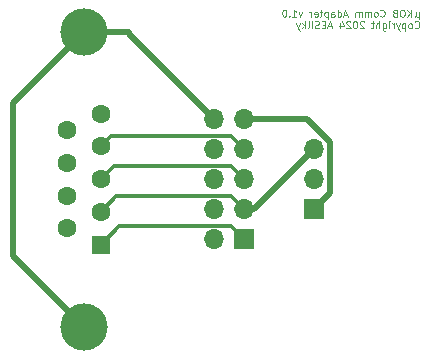
<source format=gbr>
%TF.GenerationSoftware,KiCad,Pcbnew,7.0.2*%
%TF.CreationDate,2024-01-06T01:05:47-08:00*%
%TF.ProjectId,MK_CommAdapter,4d4b5f43-6f6d-46d4-9164-61707465722e,1.0*%
%TF.SameCoordinates,Original*%
%TF.FileFunction,Copper,L2,Bot*%
%TF.FilePolarity,Positive*%
%FSLAX46Y46*%
G04 Gerber Fmt 4.6, Leading zero omitted, Abs format (unit mm)*
G04 Created by KiCad (PCBNEW 7.0.2) date 2024-01-06 01:05:47*
%MOMM*%
%LPD*%
G01*
G04 APERTURE LIST*
%ADD10C,0.080000*%
%TA.AperFunction,NonConductor*%
%ADD11C,0.080000*%
%TD*%
%TA.AperFunction,ComponentPad*%
%ADD12R,1.700000X1.700000*%
%TD*%
%TA.AperFunction,ComponentPad*%
%ADD13O,1.700000X1.700000*%
%TD*%
%TA.AperFunction,ComponentPad*%
%ADD14C,4.000000*%
%TD*%
%TA.AperFunction,ComponentPad*%
%ADD15R,1.600000X1.600000*%
%TD*%
%TA.AperFunction,ComponentPad*%
%ADD16C,1.600000*%
%TD*%
%TA.AperFunction,Conductor*%
%ADD17C,0.300000*%
%TD*%
%TA.AperFunction,Conductor*%
%ADD18C,0.500000*%
%TD*%
G04 APERTURE END LIST*
D10*
D11*
X159877142Y-75310971D02*
X159877142Y-75910971D01*
X159591428Y-75625257D02*
X159562857Y-75682400D01*
X159562857Y-75682400D02*
X159505714Y-75710971D01*
X159877142Y-75625257D02*
X159848571Y-75682400D01*
X159848571Y-75682400D02*
X159791428Y-75710971D01*
X159791428Y-75710971D02*
X159677142Y-75710971D01*
X159677142Y-75710971D02*
X159620000Y-75682400D01*
X159620000Y-75682400D02*
X159591428Y-75625257D01*
X159591428Y-75625257D02*
X159591428Y-75310971D01*
X159248571Y-75710971D02*
X159248571Y-75110971D01*
X158905714Y-75710971D02*
X159162857Y-75368114D01*
X158905714Y-75110971D02*
X159248571Y-75453828D01*
X158534286Y-75110971D02*
X158420000Y-75110971D01*
X158420000Y-75110971D02*
X158362857Y-75139542D01*
X158362857Y-75139542D02*
X158305714Y-75196685D01*
X158305714Y-75196685D02*
X158277143Y-75310971D01*
X158277143Y-75310971D02*
X158277143Y-75510971D01*
X158277143Y-75510971D02*
X158305714Y-75625257D01*
X158305714Y-75625257D02*
X158362857Y-75682400D01*
X158362857Y-75682400D02*
X158420000Y-75710971D01*
X158420000Y-75710971D02*
X158534286Y-75710971D01*
X158534286Y-75710971D02*
X158591429Y-75682400D01*
X158591429Y-75682400D02*
X158648571Y-75625257D01*
X158648571Y-75625257D02*
X158677143Y-75510971D01*
X158677143Y-75510971D02*
X158677143Y-75310971D01*
X158677143Y-75310971D02*
X158648571Y-75196685D01*
X158648571Y-75196685D02*
X158591429Y-75139542D01*
X158591429Y-75139542D02*
X158534286Y-75110971D01*
X157820000Y-75396685D02*
X157734286Y-75425257D01*
X157734286Y-75425257D02*
X157705715Y-75453828D01*
X157705715Y-75453828D02*
X157677143Y-75510971D01*
X157677143Y-75510971D02*
X157677143Y-75596685D01*
X157677143Y-75596685D02*
X157705715Y-75653828D01*
X157705715Y-75653828D02*
X157734286Y-75682400D01*
X157734286Y-75682400D02*
X157791429Y-75710971D01*
X157791429Y-75710971D02*
X158020000Y-75710971D01*
X158020000Y-75710971D02*
X158020000Y-75110971D01*
X158020000Y-75110971D02*
X157820000Y-75110971D01*
X157820000Y-75110971D02*
X157762858Y-75139542D01*
X157762858Y-75139542D02*
X157734286Y-75168114D01*
X157734286Y-75168114D02*
X157705715Y-75225257D01*
X157705715Y-75225257D02*
X157705715Y-75282400D01*
X157705715Y-75282400D02*
X157734286Y-75339542D01*
X157734286Y-75339542D02*
X157762858Y-75368114D01*
X157762858Y-75368114D02*
X157820000Y-75396685D01*
X157820000Y-75396685D02*
X158020000Y-75396685D01*
X156620000Y-75653828D02*
X156648572Y-75682400D01*
X156648572Y-75682400D02*
X156734286Y-75710971D01*
X156734286Y-75710971D02*
X156791429Y-75710971D01*
X156791429Y-75710971D02*
X156877143Y-75682400D01*
X156877143Y-75682400D02*
X156934286Y-75625257D01*
X156934286Y-75625257D02*
X156962857Y-75568114D01*
X156962857Y-75568114D02*
X156991429Y-75453828D01*
X156991429Y-75453828D02*
X156991429Y-75368114D01*
X156991429Y-75368114D02*
X156962857Y-75253828D01*
X156962857Y-75253828D02*
X156934286Y-75196685D01*
X156934286Y-75196685D02*
X156877143Y-75139542D01*
X156877143Y-75139542D02*
X156791429Y-75110971D01*
X156791429Y-75110971D02*
X156734286Y-75110971D01*
X156734286Y-75110971D02*
X156648572Y-75139542D01*
X156648572Y-75139542D02*
X156620000Y-75168114D01*
X156277143Y-75710971D02*
X156334286Y-75682400D01*
X156334286Y-75682400D02*
X156362857Y-75653828D01*
X156362857Y-75653828D02*
X156391429Y-75596685D01*
X156391429Y-75596685D02*
X156391429Y-75425257D01*
X156391429Y-75425257D02*
X156362857Y-75368114D01*
X156362857Y-75368114D02*
X156334286Y-75339542D01*
X156334286Y-75339542D02*
X156277143Y-75310971D01*
X156277143Y-75310971D02*
X156191429Y-75310971D01*
X156191429Y-75310971D02*
X156134286Y-75339542D01*
X156134286Y-75339542D02*
X156105715Y-75368114D01*
X156105715Y-75368114D02*
X156077143Y-75425257D01*
X156077143Y-75425257D02*
X156077143Y-75596685D01*
X156077143Y-75596685D02*
X156105715Y-75653828D01*
X156105715Y-75653828D02*
X156134286Y-75682400D01*
X156134286Y-75682400D02*
X156191429Y-75710971D01*
X156191429Y-75710971D02*
X156277143Y-75710971D01*
X155820000Y-75710971D02*
X155820000Y-75310971D01*
X155820000Y-75368114D02*
X155791429Y-75339542D01*
X155791429Y-75339542D02*
X155734286Y-75310971D01*
X155734286Y-75310971D02*
X155648572Y-75310971D01*
X155648572Y-75310971D02*
X155591429Y-75339542D01*
X155591429Y-75339542D02*
X155562858Y-75396685D01*
X155562858Y-75396685D02*
X155562858Y-75710971D01*
X155562858Y-75396685D02*
X155534286Y-75339542D01*
X155534286Y-75339542D02*
X155477143Y-75310971D01*
X155477143Y-75310971D02*
X155391429Y-75310971D01*
X155391429Y-75310971D02*
X155334286Y-75339542D01*
X155334286Y-75339542D02*
X155305715Y-75396685D01*
X155305715Y-75396685D02*
X155305715Y-75710971D01*
X155020000Y-75710971D02*
X155020000Y-75310971D01*
X155020000Y-75368114D02*
X154991429Y-75339542D01*
X154991429Y-75339542D02*
X154934286Y-75310971D01*
X154934286Y-75310971D02*
X154848572Y-75310971D01*
X154848572Y-75310971D02*
X154791429Y-75339542D01*
X154791429Y-75339542D02*
X154762858Y-75396685D01*
X154762858Y-75396685D02*
X154762858Y-75710971D01*
X154762858Y-75396685D02*
X154734286Y-75339542D01*
X154734286Y-75339542D02*
X154677143Y-75310971D01*
X154677143Y-75310971D02*
X154591429Y-75310971D01*
X154591429Y-75310971D02*
X154534286Y-75339542D01*
X154534286Y-75339542D02*
X154505715Y-75396685D01*
X154505715Y-75396685D02*
X154505715Y-75710971D01*
X153791429Y-75539542D02*
X153505715Y-75539542D01*
X153848572Y-75710971D02*
X153648572Y-75110971D01*
X153648572Y-75110971D02*
X153448572Y-75710971D01*
X152991429Y-75710971D02*
X152991429Y-75110971D01*
X152991429Y-75682400D02*
X153048571Y-75710971D01*
X153048571Y-75710971D02*
X153162857Y-75710971D01*
X153162857Y-75710971D02*
X153220000Y-75682400D01*
X153220000Y-75682400D02*
X153248571Y-75653828D01*
X153248571Y-75653828D02*
X153277143Y-75596685D01*
X153277143Y-75596685D02*
X153277143Y-75425257D01*
X153277143Y-75425257D02*
X153248571Y-75368114D01*
X153248571Y-75368114D02*
X153220000Y-75339542D01*
X153220000Y-75339542D02*
X153162857Y-75310971D01*
X153162857Y-75310971D02*
X153048571Y-75310971D01*
X153048571Y-75310971D02*
X152991429Y-75339542D01*
X152448572Y-75710971D02*
X152448572Y-75396685D01*
X152448572Y-75396685D02*
X152477143Y-75339542D01*
X152477143Y-75339542D02*
X152534286Y-75310971D01*
X152534286Y-75310971D02*
X152648572Y-75310971D01*
X152648572Y-75310971D02*
X152705714Y-75339542D01*
X152448572Y-75682400D02*
X152505714Y-75710971D01*
X152505714Y-75710971D02*
X152648572Y-75710971D01*
X152648572Y-75710971D02*
X152705714Y-75682400D01*
X152705714Y-75682400D02*
X152734286Y-75625257D01*
X152734286Y-75625257D02*
X152734286Y-75568114D01*
X152734286Y-75568114D02*
X152705714Y-75510971D01*
X152705714Y-75510971D02*
X152648572Y-75482400D01*
X152648572Y-75482400D02*
X152505714Y-75482400D01*
X152505714Y-75482400D02*
X152448572Y-75453828D01*
X152162857Y-75310971D02*
X152162857Y-75910971D01*
X152162857Y-75339542D02*
X152105715Y-75310971D01*
X152105715Y-75310971D02*
X151991429Y-75310971D01*
X151991429Y-75310971D02*
X151934286Y-75339542D01*
X151934286Y-75339542D02*
X151905715Y-75368114D01*
X151905715Y-75368114D02*
X151877143Y-75425257D01*
X151877143Y-75425257D02*
X151877143Y-75596685D01*
X151877143Y-75596685D02*
X151905715Y-75653828D01*
X151905715Y-75653828D02*
X151934286Y-75682400D01*
X151934286Y-75682400D02*
X151991429Y-75710971D01*
X151991429Y-75710971D02*
X152105715Y-75710971D01*
X152105715Y-75710971D02*
X152162857Y-75682400D01*
X151705715Y-75310971D02*
X151477143Y-75310971D01*
X151620000Y-75110971D02*
X151620000Y-75625257D01*
X151620000Y-75625257D02*
X151591429Y-75682400D01*
X151591429Y-75682400D02*
X151534286Y-75710971D01*
X151534286Y-75710971D02*
X151477143Y-75710971D01*
X151048572Y-75682400D02*
X151105715Y-75710971D01*
X151105715Y-75710971D02*
X151220001Y-75710971D01*
X151220001Y-75710971D02*
X151277143Y-75682400D01*
X151277143Y-75682400D02*
X151305715Y-75625257D01*
X151305715Y-75625257D02*
X151305715Y-75396685D01*
X151305715Y-75396685D02*
X151277143Y-75339542D01*
X151277143Y-75339542D02*
X151220001Y-75310971D01*
X151220001Y-75310971D02*
X151105715Y-75310971D01*
X151105715Y-75310971D02*
X151048572Y-75339542D01*
X151048572Y-75339542D02*
X151020001Y-75396685D01*
X151020001Y-75396685D02*
X151020001Y-75453828D01*
X151020001Y-75453828D02*
X151305715Y-75510971D01*
X150762857Y-75710971D02*
X150762857Y-75310971D01*
X150762857Y-75425257D02*
X150734286Y-75368114D01*
X150734286Y-75368114D02*
X150705715Y-75339542D01*
X150705715Y-75339542D02*
X150648572Y-75310971D01*
X150648572Y-75310971D02*
X150591429Y-75310971D01*
X149991428Y-75310971D02*
X149848571Y-75710971D01*
X149848571Y-75710971D02*
X149705714Y-75310971D01*
X149162857Y-75710971D02*
X149505714Y-75710971D01*
X149334285Y-75710971D02*
X149334285Y-75110971D01*
X149334285Y-75110971D02*
X149391428Y-75196685D01*
X149391428Y-75196685D02*
X149448571Y-75253828D01*
X149448571Y-75253828D02*
X149505714Y-75282400D01*
X148905713Y-75653828D02*
X148877142Y-75682400D01*
X148877142Y-75682400D02*
X148905713Y-75710971D01*
X148905713Y-75710971D02*
X148934285Y-75682400D01*
X148934285Y-75682400D02*
X148905713Y-75653828D01*
X148905713Y-75653828D02*
X148905713Y-75710971D01*
X148505714Y-75110971D02*
X148448571Y-75110971D01*
X148448571Y-75110971D02*
X148391428Y-75139542D01*
X148391428Y-75139542D02*
X148362857Y-75168114D01*
X148362857Y-75168114D02*
X148334285Y-75225257D01*
X148334285Y-75225257D02*
X148305714Y-75339542D01*
X148305714Y-75339542D02*
X148305714Y-75482400D01*
X148305714Y-75482400D02*
X148334285Y-75596685D01*
X148334285Y-75596685D02*
X148362857Y-75653828D01*
X148362857Y-75653828D02*
X148391428Y-75682400D01*
X148391428Y-75682400D02*
X148448571Y-75710971D01*
X148448571Y-75710971D02*
X148505714Y-75710971D01*
X148505714Y-75710971D02*
X148562857Y-75682400D01*
X148562857Y-75682400D02*
X148591428Y-75653828D01*
X148591428Y-75653828D02*
X148619999Y-75596685D01*
X148619999Y-75596685D02*
X148648571Y-75482400D01*
X148648571Y-75482400D02*
X148648571Y-75339542D01*
X148648571Y-75339542D02*
X148619999Y-75225257D01*
X148619999Y-75225257D02*
X148591428Y-75168114D01*
X148591428Y-75168114D02*
X148562857Y-75139542D01*
X148562857Y-75139542D02*
X148505714Y-75110971D01*
X159534285Y-76625828D02*
X159562857Y-76654400D01*
X159562857Y-76654400D02*
X159648571Y-76682971D01*
X159648571Y-76682971D02*
X159705714Y-76682971D01*
X159705714Y-76682971D02*
X159791428Y-76654400D01*
X159791428Y-76654400D02*
X159848571Y-76597257D01*
X159848571Y-76597257D02*
X159877142Y-76540114D01*
X159877142Y-76540114D02*
X159905714Y-76425828D01*
X159905714Y-76425828D02*
X159905714Y-76340114D01*
X159905714Y-76340114D02*
X159877142Y-76225828D01*
X159877142Y-76225828D02*
X159848571Y-76168685D01*
X159848571Y-76168685D02*
X159791428Y-76111542D01*
X159791428Y-76111542D02*
X159705714Y-76082971D01*
X159705714Y-76082971D02*
X159648571Y-76082971D01*
X159648571Y-76082971D02*
X159562857Y-76111542D01*
X159562857Y-76111542D02*
X159534285Y-76140114D01*
X159191428Y-76682971D02*
X159248571Y-76654400D01*
X159248571Y-76654400D02*
X159277142Y-76625828D01*
X159277142Y-76625828D02*
X159305714Y-76568685D01*
X159305714Y-76568685D02*
X159305714Y-76397257D01*
X159305714Y-76397257D02*
X159277142Y-76340114D01*
X159277142Y-76340114D02*
X159248571Y-76311542D01*
X159248571Y-76311542D02*
X159191428Y-76282971D01*
X159191428Y-76282971D02*
X159105714Y-76282971D01*
X159105714Y-76282971D02*
X159048571Y-76311542D01*
X159048571Y-76311542D02*
X159020000Y-76340114D01*
X159020000Y-76340114D02*
X158991428Y-76397257D01*
X158991428Y-76397257D02*
X158991428Y-76568685D01*
X158991428Y-76568685D02*
X159020000Y-76625828D01*
X159020000Y-76625828D02*
X159048571Y-76654400D01*
X159048571Y-76654400D02*
X159105714Y-76682971D01*
X159105714Y-76682971D02*
X159191428Y-76682971D01*
X158734285Y-76282971D02*
X158734285Y-76882971D01*
X158734285Y-76311542D02*
X158677143Y-76282971D01*
X158677143Y-76282971D02*
X158562857Y-76282971D01*
X158562857Y-76282971D02*
X158505714Y-76311542D01*
X158505714Y-76311542D02*
X158477143Y-76340114D01*
X158477143Y-76340114D02*
X158448571Y-76397257D01*
X158448571Y-76397257D02*
X158448571Y-76568685D01*
X158448571Y-76568685D02*
X158477143Y-76625828D01*
X158477143Y-76625828D02*
X158505714Y-76654400D01*
X158505714Y-76654400D02*
X158562857Y-76682971D01*
X158562857Y-76682971D02*
X158677143Y-76682971D01*
X158677143Y-76682971D02*
X158734285Y-76654400D01*
X158248571Y-76282971D02*
X158105714Y-76682971D01*
X157962857Y-76282971D02*
X158105714Y-76682971D01*
X158105714Y-76682971D02*
X158162857Y-76825828D01*
X158162857Y-76825828D02*
X158191428Y-76854400D01*
X158191428Y-76854400D02*
X158248571Y-76882971D01*
X157734285Y-76682971D02*
X157734285Y-76282971D01*
X157734285Y-76397257D02*
X157705714Y-76340114D01*
X157705714Y-76340114D02*
X157677143Y-76311542D01*
X157677143Y-76311542D02*
X157620000Y-76282971D01*
X157620000Y-76282971D02*
X157562857Y-76282971D01*
X157362856Y-76682971D02*
X157362856Y-76282971D01*
X157362856Y-76082971D02*
X157391428Y-76111542D01*
X157391428Y-76111542D02*
X157362856Y-76140114D01*
X157362856Y-76140114D02*
X157334285Y-76111542D01*
X157334285Y-76111542D02*
X157362856Y-76082971D01*
X157362856Y-76082971D02*
X157362856Y-76140114D01*
X156820000Y-76282971D02*
X156820000Y-76768685D01*
X156820000Y-76768685D02*
X156848571Y-76825828D01*
X156848571Y-76825828D02*
X156877142Y-76854400D01*
X156877142Y-76854400D02*
X156934285Y-76882971D01*
X156934285Y-76882971D02*
X157020000Y-76882971D01*
X157020000Y-76882971D02*
X157077142Y-76854400D01*
X156820000Y-76654400D02*
X156877142Y-76682971D01*
X156877142Y-76682971D02*
X156991428Y-76682971D01*
X156991428Y-76682971D02*
X157048571Y-76654400D01*
X157048571Y-76654400D02*
X157077142Y-76625828D01*
X157077142Y-76625828D02*
X157105714Y-76568685D01*
X157105714Y-76568685D02*
X157105714Y-76397257D01*
X157105714Y-76397257D02*
X157077142Y-76340114D01*
X157077142Y-76340114D02*
X157048571Y-76311542D01*
X157048571Y-76311542D02*
X156991428Y-76282971D01*
X156991428Y-76282971D02*
X156877142Y-76282971D01*
X156877142Y-76282971D02*
X156820000Y-76311542D01*
X156534285Y-76682971D02*
X156534285Y-76082971D01*
X156277143Y-76682971D02*
X156277143Y-76368685D01*
X156277143Y-76368685D02*
X156305714Y-76311542D01*
X156305714Y-76311542D02*
X156362857Y-76282971D01*
X156362857Y-76282971D02*
X156448571Y-76282971D01*
X156448571Y-76282971D02*
X156505714Y-76311542D01*
X156505714Y-76311542D02*
X156534285Y-76340114D01*
X156077143Y-76282971D02*
X155848571Y-76282971D01*
X155991428Y-76082971D02*
X155991428Y-76597257D01*
X155991428Y-76597257D02*
X155962857Y-76654400D01*
X155962857Y-76654400D02*
X155905714Y-76682971D01*
X155905714Y-76682971D02*
X155848571Y-76682971D01*
X155220000Y-76140114D02*
X155191428Y-76111542D01*
X155191428Y-76111542D02*
X155134286Y-76082971D01*
X155134286Y-76082971D02*
X154991428Y-76082971D01*
X154991428Y-76082971D02*
X154934286Y-76111542D01*
X154934286Y-76111542D02*
X154905714Y-76140114D01*
X154905714Y-76140114D02*
X154877143Y-76197257D01*
X154877143Y-76197257D02*
X154877143Y-76254400D01*
X154877143Y-76254400D02*
X154905714Y-76340114D01*
X154905714Y-76340114D02*
X155248571Y-76682971D01*
X155248571Y-76682971D02*
X154877143Y-76682971D01*
X154505714Y-76082971D02*
X154448571Y-76082971D01*
X154448571Y-76082971D02*
X154391428Y-76111542D01*
X154391428Y-76111542D02*
X154362857Y-76140114D01*
X154362857Y-76140114D02*
X154334285Y-76197257D01*
X154334285Y-76197257D02*
X154305714Y-76311542D01*
X154305714Y-76311542D02*
X154305714Y-76454400D01*
X154305714Y-76454400D02*
X154334285Y-76568685D01*
X154334285Y-76568685D02*
X154362857Y-76625828D01*
X154362857Y-76625828D02*
X154391428Y-76654400D01*
X154391428Y-76654400D02*
X154448571Y-76682971D01*
X154448571Y-76682971D02*
X154505714Y-76682971D01*
X154505714Y-76682971D02*
X154562857Y-76654400D01*
X154562857Y-76654400D02*
X154591428Y-76625828D01*
X154591428Y-76625828D02*
X154619999Y-76568685D01*
X154619999Y-76568685D02*
X154648571Y-76454400D01*
X154648571Y-76454400D02*
X154648571Y-76311542D01*
X154648571Y-76311542D02*
X154619999Y-76197257D01*
X154619999Y-76197257D02*
X154591428Y-76140114D01*
X154591428Y-76140114D02*
X154562857Y-76111542D01*
X154562857Y-76111542D02*
X154505714Y-76082971D01*
X154077142Y-76140114D02*
X154048570Y-76111542D01*
X154048570Y-76111542D02*
X153991428Y-76082971D01*
X153991428Y-76082971D02*
X153848570Y-76082971D01*
X153848570Y-76082971D02*
X153791428Y-76111542D01*
X153791428Y-76111542D02*
X153762856Y-76140114D01*
X153762856Y-76140114D02*
X153734285Y-76197257D01*
X153734285Y-76197257D02*
X153734285Y-76254400D01*
X153734285Y-76254400D02*
X153762856Y-76340114D01*
X153762856Y-76340114D02*
X154105713Y-76682971D01*
X154105713Y-76682971D02*
X153734285Y-76682971D01*
X153219999Y-76282971D02*
X153219999Y-76682971D01*
X153362856Y-76054400D02*
X153505713Y-76482971D01*
X153505713Y-76482971D02*
X153134284Y-76482971D01*
X152477141Y-76511542D02*
X152191427Y-76511542D01*
X152534284Y-76682971D02*
X152334284Y-76082971D01*
X152334284Y-76082971D02*
X152134284Y-76682971D01*
X151934283Y-76368685D02*
X151734283Y-76368685D01*
X151648569Y-76682971D02*
X151934283Y-76682971D01*
X151934283Y-76682971D02*
X151934283Y-76082971D01*
X151934283Y-76082971D02*
X151648569Y-76082971D01*
X151419998Y-76654400D02*
X151334284Y-76682971D01*
X151334284Y-76682971D02*
X151191426Y-76682971D01*
X151191426Y-76682971D02*
X151134284Y-76654400D01*
X151134284Y-76654400D02*
X151105712Y-76625828D01*
X151105712Y-76625828D02*
X151077141Y-76568685D01*
X151077141Y-76568685D02*
X151077141Y-76511542D01*
X151077141Y-76511542D02*
X151105712Y-76454400D01*
X151105712Y-76454400D02*
X151134284Y-76425828D01*
X151134284Y-76425828D02*
X151191426Y-76397257D01*
X151191426Y-76397257D02*
X151305712Y-76368685D01*
X151305712Y-76368685D02*
X151362855Y-76340114D01*
X151362855Y-76340114D02*
X151391426Y-76311542D01*
X151391426Y-76311542D02*
X151419998Y-76254400D01*
X151419998Y-76254400D02*
X151419998Y-76197257D01*
X151419998Y-76197257D02*
X151391426Y-76140114D01*
X151391426Y-76140114D02*
X151362855Y-76111542D01*
X151362855Y-76111542D02*
X151305712Y-76082971D01*
X151305712Y-76082971D02*
X151162855Y-76082971D01*
X151162855Y-76082971D02*
X151077141Y-76111542D01*
X150819997Y-76682971D02*
X150819997Y-76282971D01*
X150819997Y-76082971D02*
X150848569Y-76111542D01*
X150848569Y-76111542D02*
X150819997Y-76140114D01*
X150819997Y-76140114D02*
X150791426Y-76111542D01*
X150791426Y-76111542D02*
X150819997Y-76082971D01*
X150819997Y-76082971D02*
X150819997Y-76140114D01*
X150448569Y-76682971D02*
X150505712Y-76654400D01*
X150505712Y-76654400D02*
X150534283Y-76597257D01*
X150534283Y-76597257D02*
X150534283Y-76082971D01*
X150219997Y-76682971D02*
X150219997Y-76082971D01*
X150162855Y-76454400D02*
X149991426Y-76682971D01*
X149991426Y-76282971D02*
X150219997Y-76511542D01*
X149791426Y-76282971D02*
X149648569Y-76682971D01*
X149505712Y-76282971D02*
X149648569Y-76682971D01*
X149648569Y-76682971D02*
X149705712Y-76825828D01*
X149705712Y-76825828D02*
X149734283Y-76854400D01*
X149734283Y-76854400D02*
X149791426Y-76882971D01*
D12*
%TO.P,J4,1,Pin_1*%
%TO.N,/DCD*%
X145039000Y-94528500D03*
D13*
%TO.P,J4,2,Pin_2*%
%TO.N,/TXD*%
X145039000Y-91988500D03*
%TO.P,J4,3,Pin_3*%
%TO.N,/RXD*%
X145039000Y-89448500D03*
%TO.P,J4,4,Pin_4*%
%TO.N,/DTR*%
X145039000Y-86908500D03*
%TO.P,J4,5,Pin_5*%
%TO.N,GND*%
X145039000Y-84368500D03*
%TO.P,J4,6,Pin_6*%
%TO.N,/DSR*%
X142499000Y-94528500D03*
%TO.P,J4,7,Pin_7*%
%TO.N,/RTS*%
X142499000Y-91988500D03*
%TO.P,J4,8,Pin_8*%
%TO.N,/CTS*%
X142499000Y-89448500D03*
%TO.P,J4,9,Pin_9*%
%TO.N,/RI*%
X142499000Y-86908500D03*
%TO.P,J4,10,Pin_10*%
%TO.N,/CH-GND*%
X142499000Y-84368500D03*
%TD*%
D12*
%TO.P,J3,1,Pin_1*%
%TO.N,GND*%
X151003000Y-91978500D03*
D13*
%TO.P,J3,2,Pin_2*%
%TO.N,/RXD*%
X151003000Y-89438500D03*
%TO.P,J3,3,Pin_3*%
%TO.N,/TXD*%
X151003000Y-86898500D03*
%TD*%
D14*
%TO.P,J1,0,PAD*%
%TO.N,/CH-GND*%
X131544200Y-101963500D03*
X131544200Y-76963500D03*
D15*
%TO.P,J1,1,1*%
%TO.N,/DCD*%
X132964200Y-95003500D03*
D16*
%TO.P,J1,2,2*%
%TO.N,/TXD*%
X132964200Y-92233500D03*
%TO.P,J1,3,3*%
%TO.N,/RXD*%
X132964200Y-89463500D03*
%TO.P,J1,4,4*%
%TO.N,/DTR*%
X132964200Y-86693500D03*
%TO.P,J1,5,5*%
%TO.N,GND*%
X132964200Y-83923500D03*
%TO.P,J1,6,6*%
%TO.N,/DSR*%
X130124200Y-93618500D03*
%TO.P,J1,7,7*%
%TO.N,/RTS*%
X130124200Y-90848500D03*
%TO.P,J1,8,8*%
%TO.N,/CTS*%
X130124200Y-88078500D03*
%TO.P,J1,9,9*%
%TO.N,/RI*%
X130124200Y-85308500D03*
%TD*%
D17*
%TO.N,/DCD*%
X143979000Y-93468500D02*
X145039000Y-94528500D01*
X132964200Y-95003500D02*
X134499200Y-93468500D01*
X134499200Y-93468500D02*
X143979000Y-93468500D01*
%TO.N,/TXD*%
X134269200Y-90928500D02*
X143979000Y-90928500D01*
X132964200Y-92233500D02*
X134269200Y-90928500D01*
X143979000Y-90928500D02*
X145039000Y-91988500D01*
%TO.N,/RXD*%
X143979000Y-88388500D02*
X145039000Y-89448500D01*
X134039200Y-88388500D02*
X143979000Y-88388500D01*
X132964200Y-89463500D02*
X134039200Y-88388500D01*
%TO.N,/DTR*%
X143979000Y-85848500D02*
X145039000Y-86908500D01*
X133809200Y-85848500D02*
X143979000Y-85848500D01*
X132964200Y-86693500D02*
X133809200Y-85848500D01*
D18*
%TO.N,/CH-GND*%
X135292200Y-76963500D02*
X135292200Y-77161700D01*
X135292200Y-77161700D02*
X142499000Y-84368500D01*
%TO.N,GND*%
X150382189Y-84368500D02*
X145039000Y-84368500D01*
X152353000Y-86339311D02*
X150382189Y-84368500D01*
X152353000Y-90628500D02*
X152353000Y-86339311D01*
X151003000Y-91978500D02*
X152353000Y-90628500D01*
%TO.N,/TXD*%
X145913000Y-91988500D02*
X145039000Y-91988500D01*
X151003000Y-86898500D02*
X145913000Y-91988500D01*
%TO.N,/CH-GND*%
X135292200Y-76963500D02*
X131544200Y-76963500D01*
X125526800Y-82980900D02*
X131544200Y-76963500D01*
X125526800Y-95946100D02*
X125526800Y-82980900D01*
X131544200Y-101963500D02*
X125526800Y-95946100D01*
%TD*%
M02*

</source>
